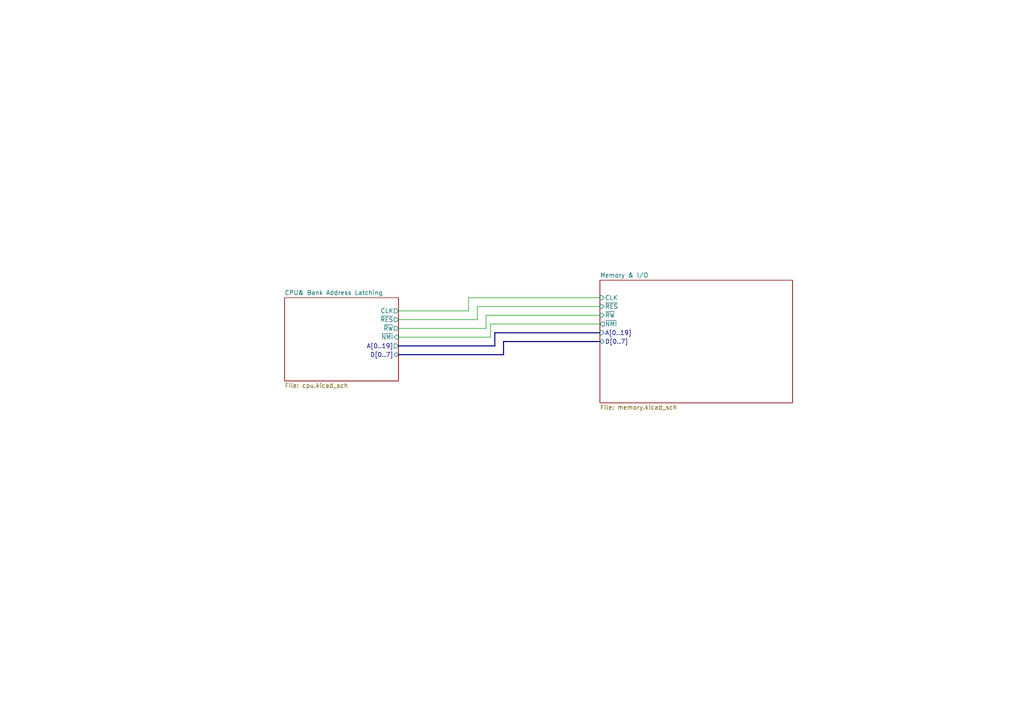
<source format=kicad_sch>
(kicad_sch (version 20211123) (generator eeschema)
  (paper "A4")
  (lib_symbols)
  (wire (pts (xy 115.57 95.25) (xy 140.97 95.25)))
  (wire (pts (xy 140.97 95.25) (xy 140.97 91.44)))
  (wire (pts (xy 140.97 91.44) (xy 173.99 91.44)))
  (wire (pts (xy 142.24 93.98) (xy 142.24 97.79)))
  (wire (pts (xy 135.89 90.17) (xy 135.89 86.36)))
  (bus (pts (xy 146.05 99.06) (xy 173.99 99.06)))
  (wire (pts (xy 135.89 86.36) (xy 173.99 86.36)))
  (bus (pts (xy 115.57 102.87) (xy 146.05 102.87)))
  (bus (pts (xy 143.51 100.33) (xy 143.51 96.52)))
  (wire (pts (xy 138.43 88.9) (xy 173.99 88.9)))
  (wire (pts (xy 115.57 90.17) (xy 135.89 90.17)))
  (wire (pts (xy 138.43 92.71) (xy 138.43 88.9)))
  (wire (pts (xy 142.24 97.79) (xy 115.57 97.79)))
  (bus (pts (xy 115.57 100.33) (xy 143.51 100.33)))
  (wire (pts (xy 115.57 92.71) (xy 138.43 92.71)))
  (bus (pts (xy 146.05 102.87) (xy 146.05 99.06)))
  (wire (pts (xy 173.99 93.98) (xy 142.24 93.98)))
  (bus (pts (xy 143.51 96.52) (xy 173.99 96.52)))
  (sheet (at 82.55 86.36) (size 33.02 24.13)
    (property "Sheet name" "CPU& Bank Address Latching" (at 82.55 85.6484 0) (effects (justify left bottom)))
    (property "Sheet file" "cpu.kicad_sch" (at 82.55 111.0746 0) (effects (justify left top)))
    (pin "CLK" output (at 115.57 90.17 0))
    (pin "~{RES}" output (at 115.57 92.71 0))
    (pin "A[0..19]" output (at 115.57 100.33 0))
    (pin "D[0..7]" tri_state (at 115.57 102.87 0))
    (pin "~{RW}" output (at 115.57 95.25 0))
    (pin "~{NMI}" input (at 115.57 97.79 0))
  )
  (sheet (at 173.99 81.28) (size 55.88 35.56)
    (property "Sheet name" "Memory & I/O" (at 173.99 80.5684 0) (effects (justify left bottom)))
    (property "Sheet file" "memory.kicad_sch" (at 173.99 117.4246 0) (effects (justify left top)))
    (pin "CLK" input (at 173.99 86.36 180))
    (pin "~{RW}" input (at 173.99 91.44 180))
    (pin "A[0..19]" input (at 173.99 96.52 180))
    (pin "D[0..7]" bidirectional (at 173.99 99.06 180))
    (pin "~{RES}" input (at 173.99 88.9 180))
    (pin "~{NMI}" output (at 173.99 93.98 180))
  )
)
</source>
